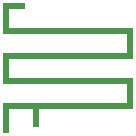
<source format=gbr>
G04 =======================================* 
G04 File Format: RS-274X * 
G04 Date:        March 31 2020 * 
G04 Time:        15:00:42 * 
G04 =======================================* 
G04 Format description *** 
G04 Code:          ASCII * 
G04 Unit:          Millimeter * 
G04 Coordinates:   Absolut * 
G04 Digits:        3.3-format * 
G04 Zeros skipped: Leading zeros omitted * 
G04 =======================================* 
%FSLAX33Y33*%
%MOMM*%
G90*
G71*
%LPD*%
G36*
G01X0Y40625D02*
G01X11000Y40625D01*
G01X11000Y41125D01*
G01X0Y41125D01*
G37*
%LPD*%
G36*
G01X0Y38500D02*
G01X11000Y38500D01*
G01X11000Y39000D01*
G01X0Y39000D01*
G37*
%LPD*%
G36*
G01X0Y42750D02*
G01X11000Y42750D01*
G01X11000Y43250D01*
G01X0Y43250D01*
G37*
%LPD*%
G36*
G01X0Y44875D02*
G01X11000Y44875D01*
G01X11000Y45375D01*
G01X0Y45375D01*
G37*
%LPD*%
G36*
G01X0Y36500D02*
G01X500Y36500D01*
G01X500Y38500D01*
G01X0Y38500D01*
G37*
%LPD*%
G36*
G01X0Y47000D02*
G01X1800Y47000D01*
G01X1800Y47500D01*
G01X0Y47500D01*
G37*
%LPD*%
G36*
G01X0Y45375D02*
G01X500Y45375D01*
G01X500Y47000D01*
G01X0Y47000D01*
G37*
%LPD*%
G36*
G01X0Y41125D02*
G01X500Y41125D01*
G01X500Y42750D01*
G01X0Y42750D01*
G37*
%LPD*%
G36*
G01X10500Y39000D02*
G01X11000Y39000D01*
G01X11000Y40625D01*
G01X10500Y40625D01*
G37*
%LPD*%
G36*
G01X10500Y43250D02*
G01X11000Y43250D01*
G01X11000Y44875D01*
G01X10500Y44875D01*
G37*
%LPD*%
G36*
G01X2500Y37000D02*
G01X3000Y37000D01*
G01X3000Y38500D01*
G01X2500Y38500D01*
G37*
M02* 
G04 End Of Gerber File* 

</source>
